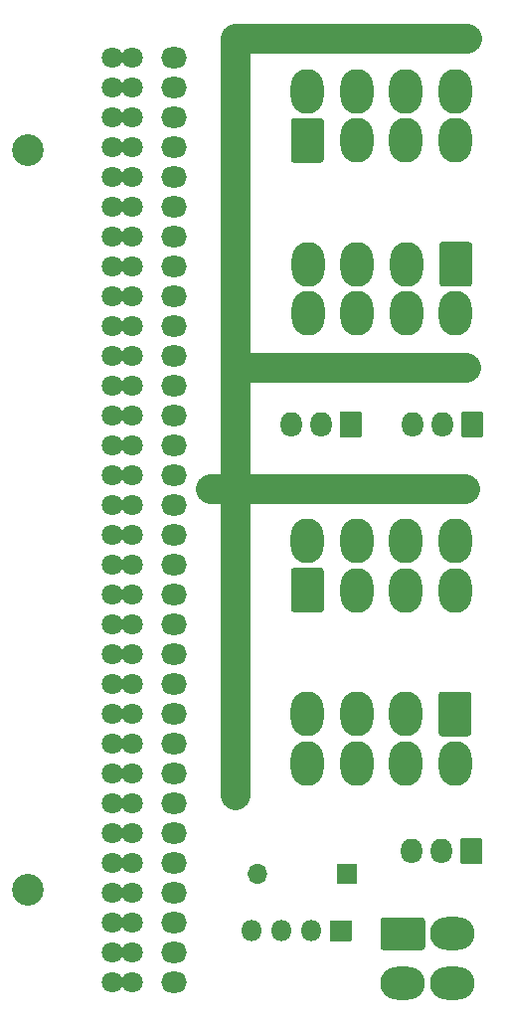
<source format=gbs>
%TF.GenerationSoftware,KiCad,Pcbnew,(5.1.10)-1*%
%TF.CreationDate,2021-09-30T12:58:34+08:00*%
%TF.ProjectId,KCORES CSPS to ATX Converter,4b434f52-4553-4204-9353-505320746f20,1.0*%
%TF.SameCoordinates,Original*%
%TF.FileFunction,Soldermask,Bot*%
%TF.FilePolarity,Negative*%
%FSLAX46Y46*%
G04 Gerber Fmt 4.6, Leading zero omitted, Abs format (unit mm)*
G04 Created by KiCad (PCBNEW (5.1.10)-1) date 2021-09-30 12:58:34*
%MOMM*%
%LPD*%
G01*
G04 APERTURE LIST*
%ADD10C,2.540000*%
%ADD11O,3.800000X2.800000*%
%ADD12O,1.830000X2.130000*%
%ADD13O,1.700000X1.700000*%
%ADD14O,1.800000X1.800000*%
%ADD15O,2.180000X1.800000*%
%ADD16C,1.800000*%
%ADD17C,2.700000*%
%ADD18O,2.800000X3.800000*%
G04 APERTURE END LIST*
D10*
X124956000Y-78530000D02*
X105271000Y-78530000D01*
X124892500Y-106533500D02*
X105588500Y-106533500D01*
X105271000Y-142919000D02*
X105271000Y-78530000D01*
X124829000Y-116820500D02*
X103175500Y-116820500D01*
D11*
%TO.C,J8*%
X123695000Y-158930000D03*
X123695000Y-154730000D03*
X119495000Y-158930000D03*
G36*
G01*
X117855400Y-153330000D02*
X121134600Y-153330000D01*
G75*
G02*
X121395000Y-153590400I0J-260400D01*
G01*
X121395000Y-155869600D01*
G75*
G02*
X121134600Y-156130000I-260400J0D01*
G01*
X117855400Y-156130000D01*
G75*
G02*
X117595000Y-155869600I0J260400D01*
G01*
X117595000Y-153590400D01*
G75*
G02*
X117855400Y-153330000I260400J0D01*
G01*
G37*
%TD*%
D12*
%TO.C,M3*%
X120257000Y-147681500D03*
X122797000Y-147681500D03*
G36*
G01*
X126202000Y-148746500D02*
X124472000Y-148746500D01*
G75*
G02*
X124422000Y-148696500I0J50000D01*
G01*
X124422000Y-146666500D01*
G75*
G02*
X124472000Y-146616500I50000J0D01*
G01*
X126202000Y-146616500D01*
G75*
G02*
X126252000Y-146666500I0J-50000D01*
G01*
X126252000Y-148696500D01*
G75*
G02*
X126202000Y-148746500I-50000J0D01*
G01*
G37*
%TD*%
%TO.C,M2*%
X120320500Y-111359500D03*
X122860500Y-111359500D03*
G36*
G01*
X126265500Y-112424500D02*
X124535500Y-112424500D01*
G75*
G02*
X124485500Y-112374500I0J50000D01*
G01*
X124485500Y-110344500D01*
G75*
G02*
X124535500Y-110294500I50000J0D01*
G01*
X126265500Y-110294500D01*
G75*
G02*
X126315500Y-110344500I0J-50000D01*
G01*
X126315500Y-112374500D01*
G75*
G02*
X126265500Y-112424500I-50000J0D01*
G01*
G37*
%TD*%
%TO.C,M1*%
X109970000Y-111359500D03*
X112510000Y-111359500D03*
G36*
G01*
X115915000Y-112424500D02*
X114185000Y-112424500D01*
G75*
G02*
X114135000Y-112374500I0J50000D01*
G01*
X114135000Y-110344500D01*
G75*
G02*
X114185000Y-110294500I50000J0D01*
G01*
X115915000Y-110294500D01*
G75*
G02*
X115965000Y-110344500I0J-50000D01*
G01*
X115965000Y-112374500D01*
G75*
G02*
X115915000Y-112424500I-50000J0D01*
G01*
G37*
%TD*%
D13*
%TO.C,SW1*%
X107112500Y-149650000D03*
G36*
G01*
X115582500Y-148850000D02*
X115582500Y-150450000D01*
G75*
G02*
X115532500Y-150500000I-50000J0D01*
G01*
X113932500Y-150500000D01*
G75*
G02*
X113882500Y-150450000I0J50000D01*
G01*
X113882500Y-148850000D01*
G75*
G02*
X113932500Y-148800000I50000J0D01*
G01*
X115532500Y-148800000D01*
G75*
G02*
X115582500Y-148850000I0J-50000D01*
G01*
G37*
%TD*%
D14*
%TO.C,J2*%
X106604500Y-154476000D03*
X109144500Y-154476000D03*
X111684500Y-154476000D03*
G36*
G01*
X113374500Y-153576000D02*
X115074500Y-153576000D01*
G75*
G02*
X115124500Y-153626000I0J-50000D01*
G01*
X115124500Y-155326000D01*
G75*
G02*
X115074500Y-155376000I-50000J0D01*
G01*
X113374500Y-155376000D01*
G75*
G02*
X113324500Y-155326000I0J50000D01*
G01*
X113324500Y-153626000D01*
G75*
G02*
X113374500Y-153576000I50000J0D01*
G01*
G37*
%TD*%
D15*
%TO.C,J1*%
X100033000Y-80117500D03*
X100033000Y-82657500D03*
X100033000Y-85197500D03*
X100033000Y-87737500D03*
X100033000Y-90277500D03*
X100033000Y-92817500D03*
X100033000Y-95357500D03*
X100033000Y-97897500D03*
X100033000Y-100437500D03*
X100033000Y-102977500D03*
X100033000Y-105517500D03*
X100033000Y-108057500D03*
X100033000Y-110597500D03*
X100033000Y-113137500D03*
X100033000Y-115677500D03*
X100033000Y-118217500D03*
X100033000Y-120757500D03*
X100033000Y-123297500D03*
X100033000Y-125837500D03*
X100033000Y-128377500D03*
X100033000Y-130917500D03*
X100033000Y-133457500D03*
X100033000Y-135997500D03*
X100033000Y-138537500D03*
X100033000Y-141077500D03*
X100033000Y-143617500D03*
X100033000Y-146157500D03*
X100033000Y-148697500D03*
X100033000Y-151237500D03*
X100033000Y-153777500D03*
X100033000Y-156317500D03*
X100033000Y-158857500D03*
D16*
X94763000Y-158857500D03*
X94763000Y-156317500D03*
X94763000Y-153777500D03*
X94763000Y-151237500D03*
X94763000Y-148697500D03*
X94763000Y-146157500D03*
X94763000Y-143617500D03*
X94763000Y-141077500D03*
X94763000Y-138537500D03*
X94763000Y-135997500D03*
X94763000Y-133457500D03*
X94763000Y-130917500D03*
X94763000Y-128377500D03*
X94763000Y-125837500D03*
X94763000Y-123297500D03*
X94763000Y-120757500D03*
X94763000Y-118217500D03*
X94763000Y-115677500D03*
X94763000Y-113137500D03*
X94763000Y-110597500D03*
X94763000Y-108057500D03*
X94763000Y-105517500D03*
X94763000Y-102977500D03*
X94763000Y-100437500D03*
X94763000Y-97897500D03*
X94763000Y-95357500D03*
X94763000Y-92817500D03*
X94763000Y-90277500D03*
X94763000Y-87737500D03*
X94763000Y-85197500D03*
X94763000Y-82657500D03*
X96413000Y-158857500D03*
X96413000Y-156317500D03*
X96413000Y-153777500D03*
X96413000Y-151237500D03*
X96413000Y-148697500D03*
X96413000Y-146157500D03*
X96413000Y-143617500D03*
X96413000Y-141077500D03*
X96413000Y-138537500D03*
X96413000Y-135997500D03*
X96413000Y-133457500D03*
X96413000Y-130917500D03*
X96413000Y-128377500D03*
X96413000Y-125837500D03*
X96413000Y-123297500D03*
X96413000Y-120757500D03*
X96413000Y-118217500D03*
X96413000Y-115677500D03*
X96413000Y-113137500D03*
X96413000Y-110597500D03*
X96413000Y-108057500D03*
X96413000Y-105517500D03*
X96413000Y-102977500D03*
X96413000Y-100437500D03*
X96413000Y-97897500D03*
X96413000Y-95357500D03*
X96413000Y-92817500D03*
X96413000Y-90277500D03*
X96413000Y-87737500D03*
X96413000Y-85197500D03*
X96413000Y-82657500D03*
D17*
X87563000Y-151007500D03*
X87563000Y-87967500D03*
D16*
X94763000Y-80117500D03*
X96413000Y-80117500D03*
%TD*%
D18*
%TO.C,J6*%
X123967000Y-121256500D03*
X119767000Y-121256500D03*
X115567000Y-121256500D03*
X111367000Y-121256500D03*
X123967000Y-125456500D03*
X119767000Y-125456500D03*
G36*
G01*
X109967000Y-127096100D02*
X109967000Y-123816900D01*
G75*
G02*
X110227400Y-123556500I260400J0D01*
G01*
X112506600Y-123556500D01*
G75*
G02*
X112767000Y-123816900I0J-260400D01*
G01*
X112767000Y-127096100D01*
G75*
G02*
X112506600Y-127356500I-260400J0D01*
G01*
X110227400Y-127356500D01*
G75*
G02*
X109967000Y-127096100I0J260400D01*
G01*
G37*
X115567000Y-125456500D03*
%TD*%
%TO.C,J5*%
X123967000Y-82966000D03*
X119767000Y-82966000D03*
X115567000Y-82966000D03*
X111367000Y-82966000D03*
X123967000Y-87166000D03*
X119767000Y-87166000D03*
G36*
G01*
X109967000Y-88805600D02*
X109967000Y-85526400D01*
G75*
G02*
X110227400Y-85266000I260400J0D01*
G01*
X112506600Y-85266000D01*
G75*
G02*
X112767000Y-85526400I0J-260400D01*
G01*
X112767000Y-88805600D01*
G75*
G02*
X112506600Y-89066000I-260400J0D01*
G01*
X110227400Y-89066000D01*
G75*
G02*
X109967000Y-88805600I0J260400D01*
G01*
G37*
X115567000Y-87166000D03*
%TD*%
%TO.C,J4*%
X111340000Y-140197500D03*
X115540000Y-140197500D03*
X119740000Y-140197500D03*
X123940000Y-140197500D03*
X111340000Y-135997500D03*
X115540000Y-135997500D03*
G36*
G01*
X125340000Y-134357900D02*
X125340000Y-137637100D01*
G75*
G02*
X125079600Y-137897500I-260400J0D01*
G01*
X122800400Y-137897500D01*
G75*
G02*
X122540000Y-137637100I0J260400D01*
G01*
X122540000Y-134357900D01*
G75*
G02*
X122800400Y-134097500I260400J0D01*
G01*
X125079600Y-134097500D01*
G75*
G02*
X125340000Y-134357900I0J-260400D01*
G01*
G37*
X119740000Y-135997500D03*
%TD*%
%TO.C,J3*%
X111403500Y-101898000D03*
X115603500Y-101898000D03*
X119803500Y-101898000D03*
X124003500Y-101898000D03*
X111403500Y-97698000D03*
X115603500Y-97698000D03*
G36*
G01*
X125403500Y-96058400D02*
X125403500Y-99337600D01*
G75*
G02*
X125143100Y-99598000I-260400J0D01*
G01*
X122863900Y-99598000D01*
G75*
G02*
X122603500Y-99337600I0J260400D01*
G01*
X122603500Y-96058400D01*
G75*
G02*
X122863900Y-95798000I260400J0D01*
G01*
X125143100Y-95798000D01*
G75*
G02*
X125403500Y-96058400I0J-260400D01*
G01*
G37*
X119803500Y-97698000D03*
%TD*%
M02*

</source>
